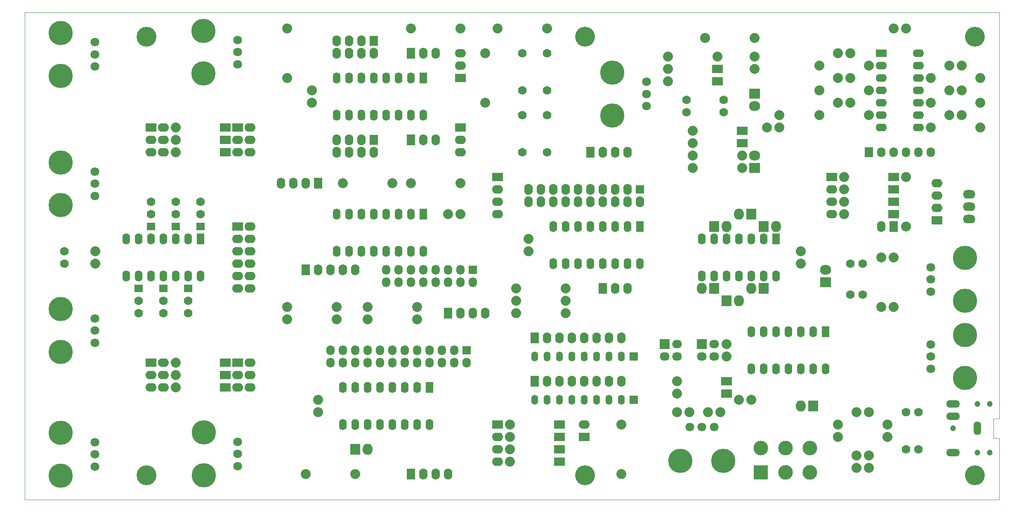
<source format=gts>
%TF.GenerationSoftware,KiCad,Pcbnew,8.0.0*%
%TF.CreationDate,2024-08-13T08:30:51+02:00*%
%TF.ProjectId,logic_noise_playground,6c6f6769-635f-46e6-9f69-73655f706c61,rev?*%
%TF.SameCoordinates,Original*%
%TF.FileFunction,Soldermask,Top*%
%TF.FilePolarity,Negative*%
%FSLAX46Y46*%
G04 Gerber Fmt 4.6, Leading zero omitted, Abs format (unit mm)*
G04 Created by KiCad (PCBNEW 8.0.0) date 2024-08-13 08:30:51*
%MOMM*%
%LPD*%
G01*
G04 APERTURE LIST*
%ADD10C,1.200000*%
%ADD11O,1.512000X2.820000*%
%ADD12O,2.820000X1.512000*%
%ADD13R,1.778000X1.524000*%
%ADD14C,1.778000*%
%ADD15C,2.032000*%
%ADD16R,2.286000X1.699260*%
%ADD17C,1.800000*%
%ADD18C,4.980000*%
%ADD19R,2.286000X1.727200*%
%ADD20O,2.286000X1.727200*%
%ADD21R,1.727200X1.727200*%
%ADD22O,1.727200X2.286000*%
%ADD23R,1.727200X2.032000*%
%ADD24O,1.727200X2.032000*%
%ADD25R,1.574800X2.286000*%
%ADD26O,1.574800X2.286000*%
%ADD27R,2.286000X1.574800*%
%ADD28O,2.286000X1.574800*%
%ADD29R,3.000000X3.000000*%
%ADD30C,3.000000*%
%ADD31O,2.540000X1.778000*%
%ADD32R,1.651000X1.651000*%
%ADD33O,1.397000X2.032000*%
%ADD34R,1.727200X2.286000*%
%ADD35R,2.032000X2.286000*%
%ADD36O,2.032000X2.286000*%
%ADD37R,2.286000X2.032000*%
%ADD38O,2.286000X2.032000*%
%ADD39R,2.032000X2.032000*%
%ADD40O,2.032000X1.727200*%
%ADD41C,4.064000*%
%TA.AperFunction,Profile*%
%ADD42C,0.100000*%
%TD*%
%TA.AperFunction,Profile*%
%ADD43C,0.010000*%
%TD*%
G04 APERTURE END LIST*
D10*
%TO.C,J2*%
X233040000Y-140390000D03*
X233040000Y-130390000D03*
X230540000Y-140390000D03*
X230540000Y-130390000D03*
X225540000Y-135390000D03*
D11*
X230540000Y-135390000D03*
D12*
X225540000Y-130390000D03*
X225540000Y-140390000D03*
X225540000Y-132890000D03*
%TD*%
D13*
%TO.C,C1*%
X63500000Y-106680000D03*
D14*
X63500000Y-109220000D03*
X63500000Y-111760000D03*
%TD*%
D13*
%TO.C,C2*%
X71120000Y-93980000D03*
D14*
X71120000Y-91440000D03*
X71120000Y-88900000D03*
%TD*%
D13*
%TO.C,C3*%
X66040000Y-93980000D03*
D14*
X66040000Y-91440000D03*
X66040000Y-88900000D03*
%TD*%
D13*
%TO.C,C4*%
X68580000Y-106680000D03*
D14*
X68580000Y-109220000D03*
X68580000Y-111760000D03*
%TD*%
D13*
%TO.C,C5*%
X60960000Y-93980000D03*
D14*
X60960000Y-91440000D03*
X60960000Y-88900000D03*
%TD*%
D13*
%TO.C,C6*%
X58420000Y-106680000D03*
D14*
X58420000Y-109220000D03*
X58420000Y-111760000D03*
%TD*%
D15*
%TO.C,C7*%
X201930000Y-58420000D03*
X204470000Y-58420000D03*
%TD*%
%TO.C,C8*%
X201930000Y-63500000D03*
X204470000Y-63500000D03*
%TD*%
%TO.C,C9*%
X201930000Y-68580000D03*
X204470000Y-68580000D03*
%TD*%
%TO.C,C10*%
X227330000Y-71120000D03*
X224790000Y-71120000D03*
%TD*%
%TO.C,C11*%
X227330000Y-66040000D03*
X224790000Y-66040000D03*
%TD*%
%TO.C,C12*%
X227330000Y-60960000D03*
X224790000Y-60960000D03*
%TD*%
%TO.C,C13*%
X177800000Y-132080000D03*
X175260000Y-132080000D03*
%TD*%
%TO.C,C15*%
X184785000Y-61595000D03*
X184785000Y-59055000D03*
%TD*%
%TO.C,C16*%
X205740000Y-132080000D03*
X208280000Y-132080000D03*
%TD*%
%TO.C,D1*%
X66040000Y-73660000D03*
D16*
X76200000Y-73660000D03*
%TD*%
D15*
%TO.C,D2*%
X66040000Y-76200000D03*
D16*
X76200000Y-76200000D03*
%TD*%
D15*
%TO.C,D3*%
X66040000Y-78740000D03*
D16*
X76200000Y-78740000D03*
%TD*%
D15*
%TO.C,D4*%
X66040000Y-121920000D03*
D16*
X76200000Y-121920000D03*
%TD*%
D15*
%TO.C,D8*%
X168910000Y-128270000D03*
D16*
X179070000Y-128270000D03*
%TD*%
D15*
%TO.C,D9*%
X168910000Y-125730000D03*
D16*
X179070000Y-125730000D03*
%TD*%
D17*
%TO.C,DECAY1*%
X176470000Y-135080000D03*
X173970000Y-135080000D03*
X171470000Y-135080000D03*
D18*
X178370000Y-142080000D03*
X169570000Y-142080000D03*
%TD*%
D19*
%TO.C,P4*%
X78740000Y-93980000D03*
D20*
X81280000Y-93980000D03*
X78740000Y-96520000D03*
X81280000Y-96520000D03*
X78740000Y-99060000D03*
X81280000Y-99060000D03*
X78740000Y-101600000D03*
X81280000Y-101600000D03*
X78740000Y-104140000D03*
X81280000Y-104140000D03*
X78740000Y-106680000D03*
X81280000Y-106680000D03*
%TD*%
D21*
%TO.C,P6*%
X161290000Y-86360000D03*
D22*
X161290000Y-88900000D03*
X158750000Y-86360000D03*
X158750000Y-88900000D03*
X156210000Y-86360000D03*
X156210000Y-88900000D03*
X153670000Y-86360000D03*
X153670000Y-88900000D03*
X151130000Y-86360000D03*
X151130000Y-88900000D03*
X148590000Y-86360000D03*
X148590000Y-88900000D03*
X146050000Y-86360000D03*
X146050000Y-88900000D03*
X143510000Y-86360000D03*
X143510000Y-88900000D03*
X140970000Y-86360000D03*
X140970000Y-88900000D03*
X138430000Y-86360000D03*
X138430000Y-88900000D03*
%TD*%
D23*
%TO.C,P12*%
X106680000Y-55880000D03*
D22*
X106680000Y-58420000D03*
X104140000Y-55880000D03*
X104140000Y-58420000D03*
X101600000Y-55880000D03*
X101600000Y-58420000D03*
X99060000Y-55880000D03*
X99060000Y-58420000D03*
%TD*%
D21*
%TO.C,P15*%
X127000000Y-102870000D03*
D24*
X127000000Y-105410000D03*
X124460000Y-102870000D03*
X124460000Y-105410000D03*
X121920000Y-102870000D03*
X121920000Y-105410000D03*
X119380000Y-102870000D03*
X119380000Y-105410000D03*
X116840000Y-102870000D03*
X116840000Y-105410000D03*
X114300000Y-102870000D03*
X114300000Y-105410000D03*
X111760000Y-102870000D03*
X111760000Y-105410000D03*
X109220000Y-102870000D03*
X109220000Y-105410000D03*
%TD*%
D23*
%TO.C,P17*%
X106680000Y-76200000D03*
D22*
X106680000Y-78740000D03*
X104140000Y-76200000D03*
X104140000Y-78740000D03*
X101600000Y-76200000D03*
X101600000Y-78740000D03*
X99060000Y-76200000D03*
X99060000Y-78740000D03*
%TD*%
D15*
%TO.C,R3*%
X201930000Y-137160000D03*
X212090000Y-137160000D03*
%TD*%
%TO.C,R4*%
X212090000Y-134620000D03*
X201930000Y-134620000D03*
%TD*%
%TO.C,R5*%
X99060000Y-113030000D03*
X88900000Y-113030000D03*
%TD*%
%TO.C,R6*%
X88900000Y-53340000D03*
X88900000Y-63500000D03*
%TD*%
%TO.C,R7*%
X110490000Y-85090000D03*
X100330000Y-85090000D03*
%TD*%
%TO.C,R8*%
X146050000Y-109220000D03*
X135890000Y-109220000D03*
%TD*%
%TO.C,R9*%
X146050000Y-106680000D03*
X135890000Y-106680000D03*
%TD*%
D17*
%TO.C,RV1*%
X78690000Y-60690000D03*
X78690000Y-58190000D03*
X78690000Y-55690000D03*
D18*
X71690000Y-62590000D03*
X71690000Y-53790000D03*
%TD*%
D17*
%TO.C,RV2*%
X49400000Y-61120000D03*
X49400000Y-58620000D03*
X49400000Y-56120000D03*
D18*
X42400000Y-63020000D03*
X42400000Y-54220000D03*
%TD*%
D17*
%TO.C,RV3*%
X49400000Y-87700000D03*
X49400000Y-85200000D03*
X49400000Y-82700000D03*
D18*
X42400000Y-89600000D03*
X42400000Y-80800000D03*
%TD*%
D17*
%TO.C,RV4*%
X49400000Y-117810000D03*
X49400000Y-115310000D03*
X49400000Y-112810000D03*
D18*
X42400000Y-119710000D03*
X42400000Y-110910000D03*
%TD*%
D17*
%TO.C,RV6*%
X162630000Y-69260000D03*
X162630000Y-66760000D03*
X162630000Y-64260000D03*
D18*
X155630000Y-71160000D03*
X155630000Y-62360000D03*
%TD*%
D25*
%TO.C,U1*%
X71120000Y-96520000D03*
D26*
X68580000Y-96520000D03*
X66040000Y-96520000D03*
X63500000Y-96520000D03*
X60960000Y-96520000D03*
X58420000Y-96520000D03*
X55880000Y-96520000D03*
X55880000Y-104140000D03*
X58420000Y-104140000D03*
X60960000Y-104140000D03*
X63500000Y-104140000D03*
X66040000Y-104140000D03*
X68580000Y-104140000D03*
X71120000Y-104140000D03*
%TD*%
D25*
%TO.C,U2*%
X189230000Y-96520000D03*
D26*
X186690000Y-96520000D03*
X184150000Y-96520000D03*
X181610000Y-96520000D03*
X179070000Y-96520000D03*
X176530000Y-96520000D03*
X173990000Y-96520000D03*
X173990000Y-104140000D03*
X176530000Y-104140000D03*
X179070000Y-104140000D03*
X181610000Y-104140000D03*
X184150000Y-104140000D03*
X186690000Y-104140000D03*
X189230000Y-104140000D03*
%TD*%
D27*
%TO.C,U3*%
X210820000Y-58420000D03*
D28*
X210820000Y-60960000D03*
X210820000Y-63500000D03*
X210820000Y-66040000D03*
X210820000Y-68580000D03*
X210820000Y-71120000D03*
X210820000Y-73660000D03*
X218440000Y-73660000D03*
X218440000Y-71120000D03*
X218440000Y-68580000D03*
X218440000Y-66040000D03*
X218440000Y-63500000D03*
X218440000Y-60960000D03*
X218440000Y-58420000D03*
%TD*%
D25*
%TO.C,U4*%
X199390000Y-115570000D03*
D26*
X196850000Y-115570000D03*
X194310000Y-115570000D03*
X191770000Y-115570000D03*
X189230000Y-115570000D03*
X186690000Y-115570000D03*
X184150000Y-115570000D03*
X184150000Y-123190000D03*
X186690000Y-123190000D03*
X189230000Y-123190000D03*
X191770000Y-123190000D03*
X194310000Y-123190000D03*
X196850000Y-123190000D03*
X199390000Y-123190000D03*
%TD*%
D25*
%TO.C,U5*%
X116840000Y-91440000D03*
D26*
X114300000Y-91440000D03*
X111760000Y-91440000D03*
X109220000Y-91440000D03*
X106680000Y-91440000D03*
X104140000Y-91440000D03*
X101600000Y-91440000D03*
X99060000Y-91440000D03*
X99060000Y-99060000D03*
X101600000Y-99060000D03*
X104140000Y-99060000D03*
X106680000Y-99060000D03*
X109220000Y-99060000D03*
X111760000Y-99060000D03*
X114300000Y-99060000D03*
X116840000Y-99060000D03*
%TD*%
D25*
%TO.C,U6*%
X116840000Y-63500000D03*
D26*
X114300000Y-63500000D03*
X111760000Y-63500000D03*
X109220000Y-63500000D03*
X106680000Y-63500000D03*
X104140000Y-63500000D03*
X101600000Y-63500000D03*
X99060000Y-63500000D03*
X99060000Y-71120000D03*
X101600000Y-71120000D03*
X104140000Y-71120000D03*
X106680000Y-71120000D03*
X109220000Y-71120000D03*
X111760000Y-71120000D03*
X114300000Y-71120000D03*
X116840000Y-71120000D03*
%TD*%
D25*
%TO.C,U7*%
X161290000Y-93980000D03*
D26*
X158750000Y-93980000D03*
X156210000Y-93980000D03*
X153670000Y-93980000D03*
X151130000Y-93980000D03*
X148590000Y-93980000D03*
X146050000Y-93980000D03*
X143510000Y-93980000D03*
X143510000Y-101600000D03*
X146050000Y-101600000D03*
X148590000Y-101600000D03*
X151130000Y-101600000D03*
X153670000Y-101600000D03*
X156210000Y-101600000D03*
X158750000Y-101600000D03*
X161290000Y-101600000D03*
%TD*%
D15*
%TO.C,D14*%
X66040000Y-124460000D03*
D16*
X76200000Y-124460000D03*
%TD*%
D15*
%TO.C,D15*%
X66040000Y-127000000D03*
D16*
X76200000Y-127000000D03*
%TD*%
D17*
%TO.C,RV12*%
X49400000Y-143220000D03*
X49400000Y-140720000D03*
X49400000Y-138220000D03*
D18*
X42400000Y-145120000D03*
X42400000Y-136320000D03*
%TD*%
D17*
%TO.C,RV13*%
X78740000Y-143140000D03*
X78740000Y-140640000D03*
X78740000Y-138140000D03*
D18*
X71740000Y-145040000D03*
X71740000Y-136240000D03*
%TD*%
D19*
%TO.C,P1*%
X78740000Y-73660000D03*
D20*
X81280000Y-73660000D03*
X78740000Y-76200000D03*
X81280000Y-76200000D03*
X78740000Y-78740000D03*
X81280000Y-78740000D03*
%TD*%
D19*
%TO.C,P8*%
X78740000Y-121920000D03*
D20*
X81280000Y-121920000D03*
X78740000Y-124460000D03*
X81280000Y-124460000D03*
X78740000Y-127000000D03*
X81280000Y-127000000D03*
%TD*%
D19*
%TO.C,P21*%
X60960000Y-73660000D03*
D20*
X63500000Y-73660000D03*
X60960000Y-76200000D03*
X63500000Y-76200000D03*
X60960000Y-78740000D03*
X63500000Y-78740000D03*
%TD*%
D19*
%TO.C,P22*%
X60960000Y-121920000D03*
D20*
X63500000Y-121920000D03*
X60960000Y-124460000D03*
X63500000Y-124460000D03*
X60960000Y-127000000D03*
X63500000Y-127000000D03*
%TD*%
D15*
%TO.C,D16*%
X167005000Y-64135000D03*
D16*
X177165000Y-64135000D03*
%TD*%
D15*
%TO.C,D17*%
X167005000Y-61595000D03*
D16*
X177165000Y-61595000D03*
%TD*%
D15*
%TO.C,R14*%
X208280000Y-60960000D03*
X198120000Y-60960000D03*
%TD*%
%TO.C,R15*%
X208280000Y-66040000D03*
X198120000Y-66040000D03*
%TD*%
%TO.C,R16*%
X208280000Y-71120000D03*
X198120000Y-71120000D03*
%TD*%
%TO.C,R17*%
X220980000Y-73660000D03*
X231140000Y-73660000D03*
%TD*%
%TO.C,R18*%
X220980000Y-68580000D03*
X231140000Y-68580000D03*
%TD*%
%TO.C,R19*%
X220980000Y-63500000D03*
X231140000Y-63500000D03*
%TD*%
%TO.C,R20*%
X182245000Y-79375000D03*
X172085000Y-79375000D03*
%TD*%
%TO.C,R21*%
X172085000Y-81915000D03*
X182245000Y-81915000D03*
%TD*%
D29*
%TO.C,RV5*%
X186110000Y-144400000D03*
D30*
X191110000Y-144400000D03*
X196110000Y-144400000D03*
X186110000Y-139400000D03*
X191110000Y-139400000D03*
X196110000Y-139400000D03*
%TD*%
D15*
%TO.C,C23*%
X215900000Y-53340000D03*
X213360000Y-53340000D03*
%TD*%
%TO.C,C24*%
X194310000Y-101600000D03*
X194310000Y-99060000D03*
%TD*%
%TO.C,C25*%
X179070000Y-120650000D03*
X179070000Y-118110000D03*
%TD*%
%TO.C,C26*%
X138430000Y-99060000D03*
X138430000Y-96520000D03*
%TD*%
%TO.C,C27*%
X124460000Y-91440000D03*
X121920000Y-91440000D03*
%TD*%
%TO.C,C28*%
X49530000Y-101600000D03*
X49530000Y-99060000D03*
%TD*%
%TO.C,C29*%
X93980000Y-68580000D03*
X93980000Y-66040000D03*
%TD*%
D31*
%TO.C,CONN1*%
X228854000Y-92456000D03*
X228854000Y-87376000D03*
X228854000Y-89916000D03*
%TD*%
D32*
%TO.C,RR1*%
X160020000Y-129540000D03*
D33*
X157480000Y-129540000D03*
X154940000Y-129540000D03*
X152400000Y-129540000D03*
X149860000Y-129540000D03*
X147320000Y-129540000D03*
X144780000Y-129540000D03*
X142240000Y-129540000D03*
X139700000Y-129540000D03*
%TD*%
D32*
%TO.C,RR2*%
X160020000Y-120650000D03*
D33*
X157480000Y-120650000D03*
X154940000Y-120650000D03*
X152400000Y-120650000D03*
X149860000Y-120650000D03*
X147320000Y-120650000D03*
X144780000Y-120650000D03*
X142240000Y-120650000D03*
X139700000Y-120650000D03*
%TD*%
D34*
%TO.C,P7*%
X139700000Y-125730000D03*
D22*
X142240000Y-125730000D03*
X144780000Y-125730000D03*
X147320000Y-125730000D03*
X149860000Y-125730000D03*
X152400000Y-125730000D03*
X154940000Y-125730000D03*
X157480000Y-125730000D03*
%TD*%
D34*
%TO.C,P9*%
X139700000Y-116840000D03*
D22*
X142240000Y-116840000D03*
X144780000Y-116840000D03*
X147320000Y-116840000D03*
X149860000Y-116840000D03*
X152400000Y-116840000D03*
X154940000Y-116840000D03*
X157480000Y-116840000D03*
%TD*%
D21*
%TO.C,P26*%
X125730000Y-119380000D03*
D24*
X125730000Y-121920000D03*
X123190000Y-119380000D03*
X123190000Y-121920000D03*
X120650000Y-119380000D03*
X120650000Y-121920000D03*
X118110000Y-119380000D03*
X118110000Y-121920000D03*
X115570000Y-119380000D03*
X115570000Y-121920000D03*
X113030000Y-119380000D03*
X113030000Y-121920000D03*
X110490000Y-119380000D03*
X110490000Y-121920000D03*
X107950000Y-119380000D03*
X107950000Y-121920000D03*
X105410000Y-119380000D03*
X105410000Y-121920000D03*
X102870000Y-119380000D03*
X102870000Y-121920000D03*
X100330000Y-119380000D03*
X100330000Y-121920000D03*
X97790000Y-119380000D03*
X97790000Y-121920000D03*
%TD*%
D15*
%TO.C,R11*%
X102870000Y-144780000D03*
X92710000Y-144780000D03*
%TD*%
D25*
%TO.C,U8*%
X118110000Y-127000000D03*
D26*
X115570000Y-127000000D03*
X113030000Y-127000000D03*
X110490000Y-127000000D03*
X107950000Y-127000000D03*
X105410000Y-127000000D03*
X102870000Y-127000000D03*
X100330000Y-127000000D03*
X100330000Y-134620000D03*
X102870000Y-134620000D03*
X105410000Y-134620000D03*
X107950000Y-134620000D03*
X110490000Y-134620000D03*
X113030000Y-134620000D03*
X115570000Y-134620000D03*
X118110000Y-134620000D03*
%TD*%
D15*
%TO.C,C30*%
X95250000Y-132080000D03*
X95250000Y-129540000D03*
%TD*%
%TO.C,R13*%
X129540000Y-68580000D03*
X129540000Y-58420000D03*
%TD*%
D14*
%TO.C,SW1*%
X137160000Y-66040000D03*
X137160000Y-58420000D03*
X142240000Y-66040000D03*
X142240000Y-58420000D03*
%TD*%
%TO.C,SW2*%
X137160000Y-78740000D03*
X137160000Y-71120000D03*
X142240000Y-78740000D03*
X142240000Y-71120000D03*
%TD*%
D15*
%TO.C,R22*%
X142240000Y-53340000D03*
X132080000Y-53340000D03*
%TD*%
%TO.C,Q1*%
X187325000Y-73660000D03*
X189865000Y-73660000D03*
X189865000Y-71120000D03*
%TD*%
%TO.C,C14*%
X168910000Y-132080000D03*
X171450000Y-132080000D03*
%TD*%
%TO.C,C19*%
X181610000Y-129540000D03*
X184150000Y-129540000D03*
%TD*%
%TO.C,C33*%
X205740000Y-143510000D03*
X205740000Y-140970000D03*
%TD*%
%TO.C,C34*%
X208280000Y-143510000D03*
X208280000Y-140970000D03*
%TD*%
%TO.C,D12*%
X172085000Y-76835000D03*
D16*
X182245000Y-76835000D03*
%TD*%
D15*
%TO.C,D13*%
X172085000Y-74295000D03*
D16*
X182245000Y-74295000D03*
%TD*%
D35*
%TO.C,P2*%
X196850000Y-130810000D03*
D36*
X194310000Y-130810000D03*
%TD*%
D34*
%TO.C,P11*%
X92710000Y-102870000D03*
D22*
X95250000Y-102870000D03*
X97790000Y-102870000D03*
X100330000Y-102870000D03*
X102870000Y-102870000D03*
%TD*%
D35*
%TO.C,P14*%
X102870000Y-139700000D03*
D36*
X105410000Y-139700000D03*
%TD*%
D19*
%TO.C,P16*%
X200660000Y-83820000D03*
D20*
X200660000Y-86360000D03*
X200660000Y-88900000D03*
X200660000Y-91440000D03*
%TD*%
D34*
%TO.C,P18*%
X151130000Y-78740000D03*
D22*
X153670000Y-78740000D03*
X156210000Y-78740000D03*
X158750000Y-78740000D03*
%TD*%
D35*
%TO.C,P19*%
X186690000Y-93980000D03*
D36*
X189230000Y-93980000D03*
%TD*%
D23*
%TO.C,P20*%
X208280000Y-78740000D03*
D24*
X210820000Y-78740000D03*
X213360000Y-78740000D03*
X215900000Y-78740000D03*
X218440000Y-78740000D03*
X220980000Y-78740000D03*
%TD*%
D35*
%TO.C,P23*%
X184150000Y-91440000D03*
D36*
X181610000Y-91440000D03*
%TD*%
D34*
%TO.C,P24*%
X213360000Y-93980000D03*
D22*
X210820000Y-93980000D03*
%TD*%
D37*
%TO.C,P25*%
X184785000Y-81915000D03*
D38*
X184785000Y-79375000D03*
%TD*%
D35*
%TO.C,P27*%
X176530000Y-93980000D03*
D36*
X179070000Y-93980000D03*
%TD*%
D35*
%TO.C,P28*%
X179070000Y-109220000D03*
D36*
X181610000Y-109220000D03*
%TD*%
D35*
%TO.C,P29*%
X176530000Y-106680000D03*
D36*
X173990000Y-106680000D03*
%TD*%
D37*
%TO.C,P30*%
X184785000Y-66675000D03*
D38*
X184785000Y-69215000D03*
%TD*%
D35*
%TO.C,P31*%
X186690000Y-106680000D03*
D36*
X184150000Y-106680000D03*
%TD*%
D34*
%TO.C,P32*%
X153670000Y-106680000D03*
D22*
X156210000Y-106680000D03*
X158750000Y-106680000D03*
%TD*%
D34*
%TO.C,P33*%
X114300000Y-144780000D03*
D22*
X116840000Y-144780000D03*
X119380000Y-144780000D03*
X121920000Y-144780000D03*
%TD*%
D19*
%TO.C,P34*%
X222250000Y-92710000D03*
D20*
X222250000Y-90170000D03*
X222250000Y-87630000D03*
X222250000Y-85090000D03*
%TD*%
D34*
%TO.C,P35*%
X95250000Y-85090000D03*
D22*
X92710000Y-85090000D03*
X90170000Y-85090000D03*
X87630000Y-85090000D03*
%TD*%
D15*
%TO.C,R23*%
X167005000Y-59055000D03*
X177165000Y-59055000D03*
%TD*%
%TO.C,R24*%
X184785000Y-55245000D03*
X174625000Y-55245000D03*
%TD*%
D17*
%TO.C,RV7*%
X220940000Y-118150000D03*
X220940000Y-120650000D03*
X220940000Y-123150000D03*
D18*
X227940000Y-116250000D03*
X227940000Y-125050000D03*
%TD*%
D17*
%TO.C,RV8*%
X220950000Y-102310000D03*
X220950000Y-104810000D03*
X220950000Y-107310000D03*
D18*
X227950000Y-100410000D03*
X227950000Y-109210000D03*
%TD*%
D15*
%TO.C,D5*%
X203200000Y-91440000D03*
D16*
X213360000Y-91440000D03*
%TD*%
D15*
%TO.C,D6*%
X203200000Y-88900000D03*
D16*
X213360000Y-88900000D03*
%TD*%
D15*
%TO.C,D7*%
X203200000Y-86360000D03*
D16*
X213360000Y-86360000D03*
%TD*%
D15*
%TO.C,D10*%
X203200000Y-83820000D03*
D16*
X213360000Y-83820000D03*
%TD*%
D34*
%TO.C,P10*%
X114300000Y-58420000D03*
D22*
X116840000Y-58420000D03*
X119380000Y-58420000D03*
%TD*%
D34*
%TO.C,P13*%
X114300000Y-76200000D03*
D22*
X116840000Y-76200000D03*
X119380000Y-76200000D03*
%TD*%
D15*
%TO.C,R10*%
X215900000Y-83820000D03*
X215900000Y-93980000D03*
%TD*%
%TO.C,R1*%
X105410000Y-113030000D03*
X115570000Y-113030000D03*
%TD*%
%TO.C,R2*%
X105410000Y-110490000D03*
X115570000Y-110490000D03*
%TD*%
%TO.C,R12*%
X99060000Y-110490000D03*
X88900000Y-110490000D03*
%TD*%
%TO.C,R25*%
X124460000Y-85090000D03*
X114300000Y-85090000D03*
%TD*%
%TO.C,R26*%
X114300000Y-53340000D03*
X124460000Y-53340000D03*
%TD*%
%TO.C,R27*%
X146050000Y-111760000D03*
X135890000Y-111760000D03*
%TD*%
D19*
%TO.C,JP1*%
X124460000Y-73660000D03*
D20*
X124460000Y-76200000D03*
X124460000Y-78740000D03*
%TD*%
D19*
%TO.C,JP2*%
X124460000Y-63500000D03*
D20*
X124460000Y-60960000D03*
X124460000Y-58420000D03*
%TD*%
D15*
%TO.C,D11*%
X134620000Y-142240000D03*
D16*
X144780000Y-142240000D03*
%TD*%
D15*
%TO.C,D18*%
X134620000Y-139700000D03*
D16*
X144780000Y-139700000D03*
%TD*%
D15*
%TO.C,D19*%
X134620000Y-137160000D03*
D16*
X144780000Y-137160000D03*
%TD*%
D15*
%TO.C,D20*%
X134620000Y-134620000D03*
D16*
X144780000Y-134620000D03*
%TD*%
D19*
%TO.C,P36*%
X132080000Y-134620000D03*
D20*
X132080000Y-137160000D03*
X132080000Y-139700000D03*
X132080000Y-142240000D03*
%TD*%
D19*
%TO.C,P37*%
X149860000Y-137160000D03*
D20*
X149860000Y-134620000D03*
%TD*%
D15*
%TO.C,R28*%
X157480000Y-134620000D03*
X157480000Y-144780000D03*
%TD*%
D19*
%TO.C,P38*%
X132080000Y-83820000D03*
D20*
X132080000Y-86360000D03*
X132080000Y-88900000D03*
X132080000Y-91440000D03*
%TD*%
D34*
%TO.C,P39*%
X121920000Y-111760000D03*
D22*
X124460000Y-111760000D03*
X127000000Y-111760000D03*
X129540000Y-111760000D03*
%TD*%
D14*
%TO.C,D21*%
X204470000Y-101600000D03*
X207010000Y-101600000D03*
%TD*%
%TO.C,D22*%
X204470000Y-107950000D03*
X207010000Y-107950000D03*
%TD*%
D15*
%TO.C,R29*%
X210820000Y-100330000D03*
X210820000Y-110490000D03*
%TD*%
%TO.C,R30*%
X213360000Y-110490000D03*
X213360000Y-100330000D03*
%TD*%
D37*
%TO.C,P40*%
X199390000Y-105410000D03*
D38*
X199390000Y-102870000D03*
%TD*%
D39*
%TO.C,P3*%
X166370000Y-118110000D03*
D40*
X168910000Y-118110000D03*
X166370000Y-120650000D03*
X168910000Y-120650000D03*
%TD*%
D39*
%TO.C,P5*%
X173990000Y-118110000D03*
D40*
X176530000Y-118110000D03*
X173990000Y-120650000D03*
X176530000Y-120650000D03*
%TD*%
D41*
%TO.C,REF\u002A\u002A*%
X230000000Y-55000000D03*
%TD*%
%TO.C,REF\u002A\u002A*%
X230000000Y-145000000D03*
%TD*%
%TO.C,REF\u002A\u002A*%
X60000000Y-145000000D03*
%TD*%
%TO.C,REF\u002A\u002A*%
X60000000Y-55000000D03*
%TD*%
%TO.C,REF\u002A\u002A*%
X150000000Y-145000000D03*
%TD*%
%TO.C,REF\u002A\u002A*%
X150000000Y-55000000D03*
%TD*%
D14*
%TO.C,C20*%
X43180000Y-101600000D03*
X43180000Y-99060000D03*
%TD*%
%TO.C,C21*%
X178435000Y-67945000D03*
X178435000Y-70485000D03*
%TD*%
%TO.C,C22*%
X170815000Y-67945000D03*
X170815000Y-70485000D03*
%TD*%
%TO.C,C31*%
X215900000Y-132080000D03*
X218440000Y-132080000D03*
%TD*%
%TO.C,C32*%
X215900000Y-139700000D03*
X218440000Y-139700000D03*
%TD*%
D42*
X235040000Y-141390000D02*
X235000000Y-150000000D01*
X35000000Y-50000000D02*
X35000000Y-150000000D01*
X235000000Y-50000000D02*
X35000000Y-50000000D01*
X35000000Y-150000000D02*
X235000000Y-150000000D01*
X235040000Y-129390000D02*
X235000000Y-50000000D01*
D43*
%TO.C,J2*%
X233840000Y-133390000D02*
X235040000Y-133390000D01*
X233840000Y-137390000D02*
X233840000Y-133390000D01*
D42*
X235040000Y-133390000D02*
X235040000Y-129390000D01*
D43*
X235040000Y-137390000D02*
X233840000Y-137390000D01*
D42*
X235040000Y-141390000D02*
X235040000Y-137390000D01*
%TD*%
M02*

</source>
